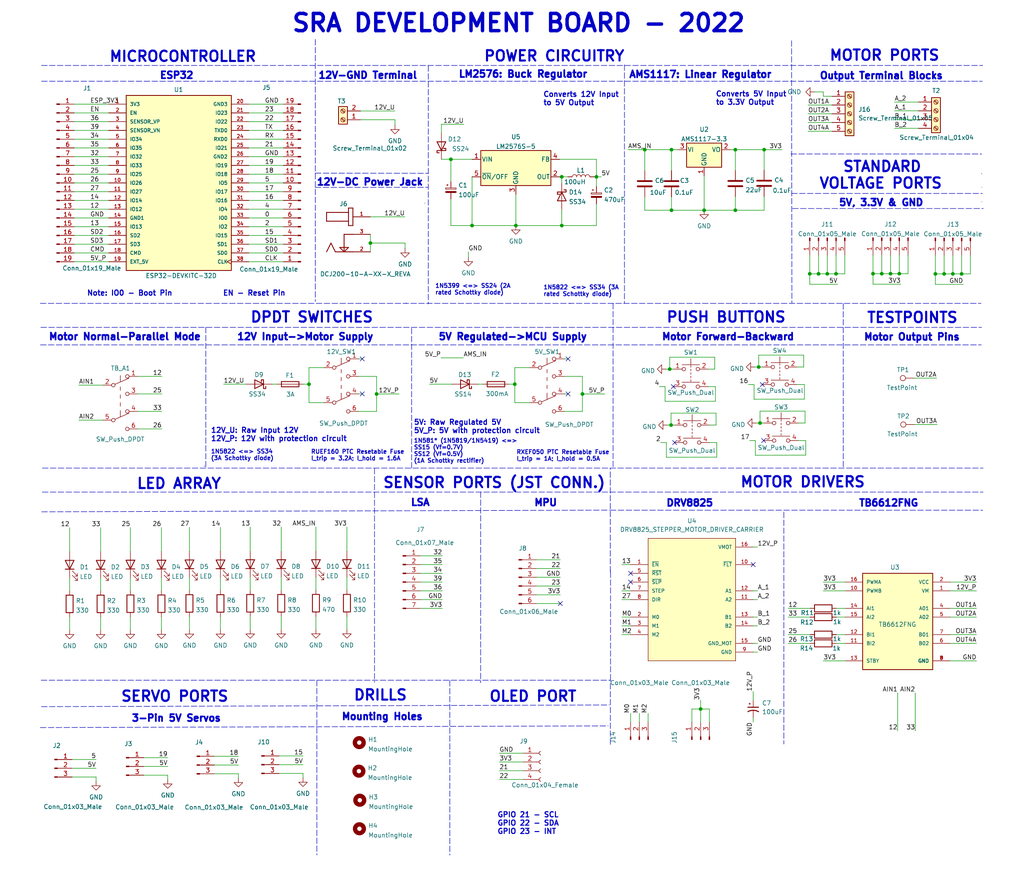
<source format=kicad_sch>
(kicad_sch (version 20211123) (generator eeschema)
  (paper "User" 297.002 259.994)
  (junction (at 220.0402 106.5022))
  (junction (at 186.9948 43.434))
  (junction (at 239.9284 79.4512))
  (junction (at 162.9156 51.308))
  (junction (at 276.352 79.4766))
  (junction (at 109.22 114.3254))
  (junction (at 260.8072 79.4258))
  (junction (at 213.2584 43.434))
  (junction (at 204.216 61.0108))
  (junction (at 271.272 79.4766))
  (junction (at 130.7592 46.228))
  (junction (at 168.91 114.3254))
  (junction (at 213.2584 61.0108))
  (junction (at 255.7272 79.4258))
  (junction (at 258.2672 79.4258))
  (junction (at 107.4166 70.5358))
  (junction (at 194.7418 43.434))
  (junction (at 149.3012 111.4806))
  (junction (at 234.8484 79.4512))
  (junction (at 253.1872 79.4258))
  (junction (at 273.812 79.4766))
  (junction (at 162.9156 65.4558))
  (junction (at 149.606 65.4558))
  (junction (at 242.4684 79.4512))
  (junction (at 237.3884 79.4512))
  (junction (at 203.2 205.74))
  (junction (at 172.974 51.308))
  (junction (at 194.6148 123.3424))
  (junction (at 221.615 43.434))
  (junction (at 136.906 65.4558))
  (junction (at 194.2338 107.1118))
  (junction (at 278.892 79.4766))
  (junction (at 89.6112 111.4806))
  (junction (at 220.4212 122.7582))
  (junction (at 194.7418 61.0108))
  (no_connect (at 182.88 166.37))
  (no_connect (at 182.88 168.91))
  (no_connect (at 164.7444 114.3))
  (no_connect (at 195.6562 128.4224))
  (no_connect (at 105.0544 114.3))
  (no_connect (at 162.5092 175.133))
  (no_connect (at 105.0544 104.14))
  (no_connect (at 218.44 163.83))
  (no_connect (at 164.7444 104.14))
  (no_connect (at 221.4626 127.8382))
  (no_connect (at 195.2752 112.1918))
  (no_connect (at 221.0816 111.5822))
  (wire (pts (xy 163.7284 104.14) (xy 164.7444 104.14)))
  (wire (pts (xy 134.3914 103.8352) (xy 127.889 103.8352)))
  (wire (pts (xy 221.615 56.9976) (xy 221.615 61.0108)))
  (polyline (pts (xy 370.1796 138.2014) (xy 370.205 138.2014)))
  (wire (pts (xy 54.9402 167.5638) (xy 54.9402 171.2976)))
  (wire (pts (xy 218.694 111.5822) (xy 218.694 115.8494)))
  (wire (pts (xy 109.22 114.3254) (xy 115.7224 114.3254)))
  (wire (pts (xy 72.5678 159.893) (xy 72.5678 152.9334)))
  (wire (pts (xy 218.9734 106.5022) (xy 220.0402 106.5022)))
  (wire (pts (xy 218.44 200.66) (xy 218.44 203.2)))
  (wire (pts (xy 218.44 179.07) (xy 219.71 179.07)))
  (wire (pts (xy 275.59 168.91) (xy 283.21 168.91)))
  (wire (pts (xy 281.432 79.4766) (xy 281.432 74.1172)))
  (wire (pts (xy 200.66 205.74) (xy 203.2 205.74)))
  (wire (pts (xy 218.44 158.75) (xy 219.71 158.75)))
  (wire (pts (xy 46.8122 160.02) (xy 46.8122 153.0604)))
  (wire (pts (xy 253.1872 79.4258) (xy 255.7272 79.4258)))
  (wire (pts (xy 220.0402 106.5022) (xy 220.0402 103.0478)))
  (wire (pts (xy 21.5138 35.306) (xy 31.5214 35.306)))
  (polyline (pts (xy 229.362 44.6786) (xy 284.5816 44.6786)))
  (wire (pts (xy 242.57 179.07) (xy 245.11 179.07)))
  (wire (pts (xy 219.075 127.8382) (xy 219.075 132.1054)))
  (wire (pts (xy 72.5678 178.8668) (xy 72.5678 182.6768)))
  (wire (pts (xy 258.2672 79.4258) (xy 260.8072 79.4258)))
  (wire (pts (xy 233.299 111.5822) (xy 231.2416 111.5822)))
  (polyline (pts (xy 124.206 19.05) (xy 124.206 88.2142)))
  (wire (pts (xy 276.352 79.4766) (xy 278.892 79.4766)))
  (wire (pts (xy 180.34 171.45) (xy 182.88 171.45)))
  (wire (pts (xy 193.2686 128.4224) (xy 193.2686 132.6896)))
  (wire (pts (xy 72.5678 167.513) (xy 72.5678 171.2468)))
  (wire (pts (xy 128.016 46.228) (xy 130.7592 46.228)))
  (wire (pts (xy 20.193 160.0708) (xy 20.193 153.1112)))
  (wire (pts (xy 237.3884 79.4512) (xy 239.9284 79.4512)))
  (polyline (pts (xy 181.102 18.796) (xy 181.102 87.9602)))
  (wire (pts (xy 89.6112 106.68) (xy 89.6112 111.4806)))
  (wire (pts (xy 138.6586 111.4806) (xy 140.0302 111.4806)))
  (wire (pts (xy 180.34 181.61) (xy 182.88 181.61)))
  (wire (pts (xy 162.9156 60.8076) (xy 162.9156 65.4558)))
  (wire (pts (xy 172.974 59.182) (xy 172.974 65.4558)))
  (wire (pts (xy 271.272 74.1172) (xy 271.272 79.4766)))
  (wire (pts (xy 194.2338 107.1118) (xy 195.2752 107.1118)))
  (wire (pts (xy 104.0384 109.22) (xy 109.22 109.22)))
  (wire (pts (xy 29.1846 167.6908) (xy 29.1846 171.4246)))
  (wire (pts (xy 41.6814 222.4024) (xy 48.641 222.4024)))
  (wire (pts (xy 180.34 184.15) (xy 182.88 184.15)))
  (wire (pts (xy 194.6148 123.3424) (xy 194.6148 119.888)))
  (wire (pts (xy 220.0402 103.0478) (xy 233.0958 103.0478)))
  (wire (pts (xy 258.2672 74.0664) (xy 258.2672 79.4258)))
  (polyline (pts (xy 119.38 95.25) (xy 119.38 136.1694)))
  (wire (pts (xy 238.76 171.45) (xy 245.11 171.45)))
  (wire (pts (xy 21.5138 50.546) (xy 31.5214 50.546)))
  (wire (pts (xy 260.8072 74.0664) (xy 260.8072 79.4258)))
  (wire (pts (xy 130.7592 65.4558) (xy 136.906 65.4558)))
  (wire (pts (xy 48.641 224.9424) (xy 48.641 226.2124)))
  (wire (pts (xy 162.9156 51.308) (xy 164.6936 51.308)))
  (wire (pts (xy 72.1614 60.706) (xy 82.169 60.706)))
  (wire (pts (xy 21.5138 75.946) (xy 31.5214 75.946)))
  (wire (pts (xy 275.59 171.45) (xy 283.21 171.45)))
  (polyline (pts (xy 284.7086 54.3052) (xy 284.7086 54.3306)))
  (wire (pts (xy 130.7592 46.228) (xy 136.906 46.228)))
  (polyline (pts (xy 284.5816 44.6786) (xy 284.5816 44.7802)))
  (wire (pts (xy 241.3 33.02) (xy 234.3404 33.02)))
  (wire (pts (xy 238.76 26.67) (xy 238.76 27.94)))
  (polyline (pts (xy 177.0634 197.3326) (xy 177.0634 165.5826)))
  (wire (pts (xy 180.34 163.83) (xy 182.88 163.83)))
  (wire (pts (xy 265.2776 123.19) (xy 271.78 123.19)))
  (wire (pts (xy 107.4166 62.9158) (xy 117.4242 62.9158)))
  (wire (pts (xy 155.5496 162.433) (xy 162.5092 162.433)))
  (wire (pts (xy 147.6502 111.4806) (xy 149.3012 111.4806)))
  (wire (pts (xy 180.34 173.99) (xy 182.88 173.99)))
  (wire (pts (xy 135.8392 73.0758) (xy 135.8392 74.6506)))
  (polyline (pts (xy 91.4146 54.3814) (xy 124.206 54.356)))
  (wire (pts (xy 260.8072 79.4258) (xy 263.3472 79.4258)))
  (wire (pts (xy 100.6094 178.8414) (xy 100.6094 182.6514)))
  (wire (pts (xy 233.68 127.8382) (xy 231.6226 127.8382)))
  (wire (pts (xy 241.3 38.1) (xy 234.3404 38.1)))
  (wire (pts (xy 72.1614 55.626) (xy 82.169 55.626)))
  (wire (pts (xy 213.2584 57.0738) (xy 213.2584 61.0108)))
  (wire (pts (xy 219.3544 122.7582) (xy 220.4212 122.7582)))
  (wire (pts (xy 149.606 56.388) (xy 149.606 65.4558)))
  (wire (pts (xy 234.8484 79.4512) (xy 234.8484 82.4992)))
  (wire (pts (xy 220.4212 119.3038) (xy 233.4768 119.3038)))
  (polyline (pts (xy 12.0904 148.5138) (xy 176.784 148.0312)))
  (wire (pts (xy 220.4212 122.7582) (xy 220.4212 119.3038)))
  (wire (pts (xy 41.6814 219.8624) (xy 48.641 219.8624)))
  (wire (pts (xy 194.2338 103.6574) (xy 207.2894 103.6574)))
  (wire (pts (xy 207.8736 132.6642) (xy 207.8736 128.4224)))
  (wire (pts (xy 149.606 65.4558) (xy 162.9156 65.4558)))
  (wire (pts (xy 242.57 184.15) (xy 245.11 184.15)))
  (wire (pts (xy 233.68 132.08) (xy 233.68 127.8382)))
  (wire (pts (xy 72.1614 42.926) (xy 82.169 42.926)))
  (wire (pts (xy 63.9318 167.5638) (xy 63.9318 171.2976)))
  (wire (pts (xy 172.974 51.308) (xy 172.974 54.102)))
  (wire (pts (xy 278.892 79.4766) (xy 281.432 79.4766)))
  (wire (pts (xy 117.475 70.5358) (xy 117.475 72.1106)))
  (wire (pts (xy 114.554 34.7472) (xy 114.554 36.322)))
  (wire (pts (xy 168.91 109.22) (xy 168.91 114.3254)))
  (polyline (pts (xy 229.5652 56.134) (xy 284.9118 56.134)))
  (wire (pts (xy 89.6112 116.84) (xy 93.8784 116.84)))
  (polyline (pts (xy 12.0396 23.5712) (xy 284.8864 23.5712)))
  (wire (pts (xy 63.9318 159.9438) (xy 63.9318 152.9842)))
  (wire (pts (xy 104.0384 114.3) (xy 105.0544 114.3)))
  (polyline (pts (xy 139.3952 142.7226) (xy 139.3952 198.0184)))
  (wire (pts (xy 186.9948 43.434) (xy 194.7418 43.434)))
  (wire (pts (xy 203.2 209.55) (xy 203.2 205.74)))
  (wire (pts (xy 273.812 74.1172) (xy 273.812 79.4766)))
  (wire (pts (xy 231.2416 106.5022) (xy 233.0958 106.5022)))
  (wire (pts (xy 271.272 79.4766) (xy 273.812 79.4766)))
  (wire (pts (xy 255.7272 74.0664) (xy 255.7272 79.4258)))
  (polyline (pts (xy 12.2936 135.8392) (xy 285.1404 135.8392)))
  (wire (pts (xy 130.7592 57.7596) (xy 130.7592 65.4558)))
  (wire (pts (xy 72.1614 53.086) (xy 82.169 53.086)))
  (wire (pts (xy 46.8122 167.64) (xy 46.8122 171.3738)))
  (wire (pts (xy 121.92 173.99) (xy 128.27 173.99)))
  (wire (pts (xy 228.6 176.53) (xy 234.95 176.53)))
  (wire (pts (xy 234.8484 79.4512) (xy 237.3884 79.4512)))
  (wire (pts (xy 194.6148 119.888) (xy 207.6704 119.888)))
  (polyline (pts (xy 12.2682 142.7988) (xy 285.115 142.7988)))
  (wire (pts (xy 218.44 208.28) (xy 218.44 209.55)))
  (wire (pts (xy 100.6094 159.8676) (xy 100.6094 152.908)))
  (wire (pts (xy 172.974 46.228) (xy 172.974 51.308)))
  (wire (pts (xy 21.5138 40.386) (xy 31.5214 40.386)))
  (polyline (pts (xy 12.0142 205.0542) (xy 176.7078 204.5716)))
  (wire (pts (xy 41.6814 224.9424) (xy 48.641 224.9424)))
  (wire (pts (xy 191.2366 112.1918) (xy 192.8876 112.1918)))
  (wire (pts (xy 168.91 114.3254) (xy 175.4124 114.3254)))
  (wire (pts (xy 241.3 35.56) (xy 234.3404 35.56)))
  (wire (pts (xy 21.5138 60.706) (xy 31.5214 60.706)))
  (wire (pts (xy 172.974 65.4558) (xy 162.9156 65.4558)))
  (wire (pts (xy 260.3171 212.0701) (xy 260.35 201.0664)))
  (wire (pts (xy 80.9244 221.8944) (xy 87.884 221.8944)))
  (wire (pts (xy 186.9948 61.0108) (xy 194.7418 61.0108)))
  (wire (pts (xy 205.4352 107.1118) (xy 207.2894 107.1118)))
  (wire (pts (xy 233.299 115.824) (xy 233.299 111.5822)))
  (wire (pts (xy 104.0384 104.14) (xy 105.0544 104.14)))
  (wire (pts (xy 172.974 51.308) (xy 174.3964 51.308)))
  (wire (pts (xy 193.167 107.1118) (xy 194.2338 107.1118)))
  (wire (pts (xy 155.5496 170.053) (xy 162.5092 170.053)))
  (wire (pts (xy 91.6178 178.8414) (xy 91.6178 182.6514)))
  (wire (pts (xy 275.59 176.53) (xy 283.21 176.53)))
  (wire (pts (xy 213.2584 43.434) (xy 221.615 43.434)))
  (wire (pts (xy 271.272 79.4766) (xy 271.272 82.5246)))
  (wire (pts (xy 107.4166 67.9958) (xy 107.4166 70.5358)))
  (wire (pts (xy 185.42 209.55) (xy 185.42 207.01)))
  (wire (pts (xy 155.5496 164.973) (xy 162.5092 164.973)))
  (wire (pts (xy 121.92 176.53) (xy 128.27 176.53)))
  (wire (pts (xy 72.1614 68.326) (xy 82.169 68.326)))
  (wire (pts (xy 20.9042 222.9358) (xy 27.8638 222.9358)))
  (wire (pts (xy 54.9402 159.9438) (xy 54.9402 152.9842)))
  (wire (pts (xy 37.8206 160.02) (xy 37.8206 153.0604)))
  (wire (pts (xy 203.2 203.2) (xy 203.2 205.74)))
  (polyline (pts (xy 124.206 54.356) (xy 124.206 54.356)))
  (wire (pts (xy 180.34 179.07) (xy 182.88 179.07)))
  (polyline (pts (xy 124.206 50.292) (xy 124.206 50.292)))
  (wire (pts (xy 72.1614 50.546) (xy 82.169 50.546)))
  (wire (pts (xy 233.4768 119.3038) (xy 233.4768 122.7582)))
  (wire (pts (xy 237.3884 74.0918) (xy 237.3884 79.4512)))
  (wire (pts (xy 275.59 186.69) (xy 283.21 186.69)))
  (wire (pts (xy 207.4926 116.4336) (xy 207.4926 112.1918)))
  (wire (pts (xy 72.1614 45.466) (xy 82.169 45.466)))
  (wire (pts (xy 239.9284 74.0918) (xy 239.9284 79.4512)))
  (wire (pts (xy 204.216 51.054) (xy 204.216 61.0108)))
  (wire (pts (xy 275.59 184.15) (xy 283.21 184.15)))
  (wire (pts (xy 91.6178 167.4876) (xy 91.6178 171.2214)))
  (wire (pts (xy 20.193 179.0446) (xy 20.193 182.8546)))
  (polyline (pts (xy 229.5652 11.811) (xy 229.6668 87.884)))
  (wire (pts (xy 213.2584 61.0108) (xy 221.615 61.0108)))
  (wire (pts (xy 255.7272 79.4258) (xy 258.2672 79.4258)))
  (wire (pts (xy 21.5138 73.406) (xy 31.5214 73.406)))
  (wire (pts (xy 151.765 226.187) (xy 144.8054 226.187)))
  (wire (pts (xy 93.8784 106.68) (xy 89.6112 106.68)))
  (wire (pts (xy 194.6148 123.3424) (xy 195.6562 123.3424)))
  (wire (pts (xy 192.8876 116.459) (xy 207.4926 116.4336)))
  (wire (pts (xy 130.7592 46.228) (xy 130.7592 52.6796)))
  (polyline (pts (xy 12.0396 18.9992) (xy 284.8864 18.9992)))
  (wire (pts (xy 172.3136 51.308) (xy 172.974 51.308)))
  (wire (pts (xy 168.91 114.3254) (xy 168.91 119.38)))
  (polyline (pts (xy 11.938 197.3834) (xy 177.0126 197.3834)))
  (wire (pts (xy 21.5138 37.846) (xy 31.5214 37.846)))
  (wire (pts (xy 62.1792 224.536) (xy 69.1388 224.536)))
  (polyline (pts (xy 284.734 58.5216) (xy 284.734 58.547)))
  (wire (pts (xy 153.5684 106.68) (xy 149.3012 106.68)))
  (wire (pts (xy 29.8196 111.76) (xy 22.86 111.76)))
  (wire (pts (xy 109.22 109.22) (xy 109.22 114.3254)))
  (wire (pts (xy 275.59 191.77) (xy 283.21 191.77)))
  (wire (pts (xy 266.3698 34.6964) (xy 259.4102 34.6964)))
  (wire (pts (xy 87.884 224.4344) (xy 87.884 225.7044)))
  (wire (pts (xy 21.5138 70.866) (xy 31.5214 70.866)))
  (polyline (pts (xy 91.8972 197.4088) (xy 91.8972 248.1072)))
  (wire (pts (xy 191.6176 128.4224) (xy 193.2686 128.4224)))
  (wire (pts (xy 39.9796 124.46) (xy 46.9392 124.46)))
  (wire (pts (xy 253.1872 74.0664) (xy 253.1872 79.4258)))
  (wire (pts (xy 242.4684 74.0918) (xy 242.4684 79.4512)))
  (polyline (pts (xy 11.8364 94.996) (xy 284.6832 94.996)))
  (wire (pts (xy 151.765 221.107) (xy 144.8054 221.107)))
  (wire (pts (xy 155.5496 175.133) (xy 162.5092 175.133)))
  (wire (pts (xy 245.0084 79.4512) (xy 245.0084 74.0918)))
  (wire (pts (xy 29.1846 179.0446) (xy 29.1846 182.8546)))
  (wire (pts (xy 242.57 176.53) (xy 245.11 176.53)))
  (wire (pts (xy 265.43 212.09) (xy 265.43 201.0664)))
  (wire (pts (xy 21.5138 45.466) (xy 31.5214 45.466)))
  (wire (pts (xy 89.6112 111.4806) (xy 89.6112 116.84)))
  (wire (pts (xy 242.57 186.69) (xy 245.11 186.69)))
  (wire (pts (xy 37.8206 178.9938) (xy 37.8206 182.8038)))
  (wire (pts (xy 205.74 209.55) (xy 205.74 205.74)))
  (wire (pts (xy 193.548 123.3424) (xy 194.6148 123.3424)))
  (wire (pts (xy 236.22 26.67) (xy 238.76 26.67)))
  (wire (pts (xy 218.44 171.45) (xy 219.71 171.45)))
  (polyline (pts (xy 227.33 148.59) (xy 227.33 215.9)))
  (wire (pts (xy 238.76 191.77) (xy 245.11 191.77)))
  (wire (pts (xy 39.9796 119.38) (xy 46.9392 119.38)))
  (polyline (pts (xy 284.7086 50.3428) (xy 284.7086 50.4444)))
  (wire (pts (xy 100.6094 167.4876) (xy 100.6094 171.2214)))
  (wire (pts (xy 128.016 36.068) (xy 134.5184 36.068)))
  (wire (pts (xy 233.0958 103.0478) (xy 233.0958 106.5022)))
  (wire (pts (xy 81.5594 159.893) (xy 81.5594 152.9334)))
  (wire (pts (xy 266.3698 32.1564) (xy 259.4102 32.1564)))
  (wire (pts (xy 273.812 79.4766) (xy 276.352 79.4766)))
  (wire (pts (xy 62.1792 221.996) (xy 69.1388 221.996)))
  (wire (pts (xy 121.92 161.29) (xy 128.27 161.29)))
  (wire (pts (xy 194.7418 61.0108) (xy 204.216 61.0108)))
  (polyline (pts (xy 284.8864 18.8976) (xy 284.8864 18.9992)))
  (polyline (pts (xy 177.0126 216.0016) (xy 177.0126 197.3834)))
  (polyline (pts (xy 11.684 88.0364) (xy 284.5308 88.0364)))
  (wire (pts (xy 168.91 119.38) (xy 163.7284 119.38)))
  (wire (pts (xy 163.7284 114.3) (xy 164.7444 114.3)))
  (polyline (pts (xy 244.5512 88.0872) (xy 244.5512 135.9408)))
  (wire (pts (xy 217.424 127.8382) (xy 219.075 127.8382)))
  (wire (pts (xy 207.8736 128.4224) (xy 205.8162 128.4224)))
  (wire (pts (xy 21.5138 55.626) (xy 31.5214 55.626)))
  (wire (pts (xy 151.765 223.647) (xy 144.8054 223.647)))
  (wire (pts (xy 20.9042 225.4758) (xy 27.8638 225.4758)))
  (wire (pts (xy 72.1614 40.386) (xy 82.169 40.386)))
  (wire (pts (xy 220.0402 106.5022) (xy 221.0816 106.5022)))
  (wire (pts (xy 71.3486 111.4806) (xy 64.8462 111.4806)))
  (wire (pts (xy 21.5138 68.326) (xy 31.5214 68.326)))
  (wire (pts (xy 221.615 49.3776) (xy 221.615 43.434)))
  (wire (pts (xy 192.8876 112.1918) (xy 192.8876 116.459)))
  (wire (pts (xy 54.9402 178.9176) (xy 54.9402 182.7276)))
  (wire (pts (xy 228.6 179.07) (xy 234.95 179.07)))
  (wire (pts (xy 278.892 74.1172) (xy 278.892 79.4766)))
  (wire (pts (xy 72.1614 37.846) (xy 82.169 37.846)))
  (wire (pts (xy 72.1614 35.306) (xy 82.169 35.306)))
  (wire (pts (xy 39.9796 109.22) (xy 46.9392 109.22)))
  (wire (pts (xy 182.88 209.55) (xy 182.88 207.01)))
  (wire (pts (xy 205.8162 123.3424) (xy 207.6704 123.3424)))
  (wire (pts (xy 29.1846 160.0708) (xy 29.1846 153.1112)))
  (wire (pts (xy 182.118 43.434) (xy 186.9948 43.434)))
  (wire (pts (xy 194.7418 43.434) (xy 196.596 43.434)))
  (polyline (pts (xy 11.684 211.1248) (xy 176.3776 210.6422)))
  (wire (pts (xy 194.2338 107.1118) (xy 194.2338 103.6574)))
  (wire (pts (xy 162.306 51.308) (xy 162.9156 51.308)))
  (wire (pts (xy 128.016 36.068) (xy 128.016 38.608)))
  (polyline (pts (xy 176.9872 148.0566) (xy 285.0134 148.0566)))
  (wire (pts (xy 72.1614 70.866) (xy 82.169 70.866)))
  (wire (pts (xy 231.6226 122.7582) (xy 233.4768 122.7582)))
  (wire (pts (xy 69.1388 224.536) (xy 69.1388 225.806)))
  (wire (pts (xy 72.1614 48.006) (xy 82.169 48.006)))
  (polyline (pts (xy 91.44 11.43) (xy 91.44 87.4776)))
  (wire (pts (xy 149.3012 106.68) (xy 149.3012 111.4806)))
  (wire (pts (xy 193.2686 132.6896) (xy 207.8736 132.6642)))
  (wire (pts (xy 253.1872 82.4738) (xy 261.2644 82.4738)))
  (wire (pts (xy 62.1792 219.456) (xy 69.1388 219.456)))
  (wire (pts (xy 239.9284 79.4512) (xy 242.4684 79.4512)))
  (wire (pts (xy 136.906 65.4558) (xy 149.606 65.4558)))
  (wire (pts (xy 234.8484 74.0918) (xy 234.8484 79.4512)))
  (wire (pts (xy 187.96 209.55) (xy 187.96 207.01)))
  (wire (pts (xy 211.836 43.434) (xy 213.2584 43.434)))
  (polyline (pts (xy 229.8446 60.5028) (xy 285.1912 60.5028)))
  (wire (pts (xy 21.5138 58.166) (xy 31.5214 58.166)))
  (wire (pts (xy 78.9686 111.4806) (xy 80.3402 111.4806)))
  (wire (pts (xy 218.44 181.61) (xy 219.71 181.61)))
  (wire (pts (xy 186.9948 43.434) (xy 186.9948 49.5046)))
  (wire (pts (xy 217.043 111.5822) (xy 218.694 111.5822)))
  (wire (pts (xy 21.5138 32.766) (xy 31.5214 32.766)))
  (wire (pts (xy 271.272 82.5246) (xy 279.3492 82.5246)))
  (wire (pts (xy 87.9602 111.4806) (xy 89.6112 111.4806)))
  (wire (pts (xy 200.66 209.55) (xy 200.66 205.74)))
  (wire (pts (xy 218.44 189.23) (xy 219.71 189.23)))
  (wire (pts (xy 104.5464 34.7472) (xy 114.554 34.7472)))
  (polyline (pts (xy 176.9872 165.989) (xy 176.9872 135.8646)))
  (wire (pts (xy 266.3698 37.2364) (xy 259.4102 37.2364)))
  (wire (pts (xy 213.2584 43.434) (xy 213.2584 49.4538)))
  (wire (pts (xy 253.1872 79.4258) (xy 253.1872 82.4738)))
  (wire (pts (xy 155.5496 172.593) (xy 162.5092 172.593)))
  (wire (pts (xy 218.44 173.99) (xy 219.71 173.99)))
  (wire (pts (xy 218.694 115.8494) (xy 233.299 115.824)))
  (wire (pts (xy 21.5138 63.246) (xy 31.5214 63.246)))
  (wire (pts (xy 275.59 179.07) (xy 283.21 179.07)))
  (wire (pts (xy 109.22 119.38) (xy 104.0384 119.38)))
  (wire (pts (xy 207.6704 119.888) (xy 207.6704 123.3424)))
  (polyline (pts (xy 11.7348 100.076) (xy 284.5816 100.076)))
  (wire (pts (xy 151.765 218.567) (xy 144.8054 218.567)))
  (wire (pts (xy 21.5138 42.926) (xy 31.5214 42.926)))
  (wire (pts (xy 109.22 114.3254) (xy 109.22 119.38)))
  (polyline (pts (xy 130.4544 197.4596) (xy 130.4544 248.158)))
  (wire (pts (xy 234.8484 82.4992) (xy 242.9256 82.4992)))
  (wire (pts (xy 203.2 205.74) (xy 205.74 205.74)))
  (wire (pts (xy 21.5138 48.006) (xy 31.5214 48.006)))
  (wire (pts (xy 121.92 163.83) (xy 128.27 163.83)))
  (wire (pts (xy 104.5464 32.2072) (xy 114.554 32.2072)))
  (wire (pts (xy 27.8638 225.4758) (xy 27.8638 226.7458)))
  (wire (pts (xy 276.352 74.1172) (xy 276.352 79.4766)))
  (wire (pts (xy 238.76 168.91) (xy 245.11 168.91)))
  (wire (pts (xy 221.615 43.434) (xy 226.7966 43.434)))
  (polyline (pts (xy 177.8 88.0364) (xy 177.8 135.89)))
  (polyline (pts (xy 59.69 94.9706) (xy 59.69 135.89)))
  (wire (pts (xy 72.1614 73.406) (xy 82.169 73.406)))
  (wire (pts (xy 107.4166 70.5358) (xy 107.4166 73.0758)))
  (wire (pts (xy 121.92 171.45) (xy 128.27 171.45)))
  (wire (pts (xy 29.8196 121.92) (xy 22.86 121.92)))
  (polyline (pts (xy 165.4048 88.0364) (xy 165.227 88.0364)))
  (wire (pts (xy 21.5138 53.086) (xy 31.5214 53.086)))
  (wire (pts (xy 228.6 186.69) (xy 234.95 186.69)))
  (wire (pts (xy 72.1614 65.786) (xy 82.169 65.786)))
  (wire (pts (xy 238.76 27.94) (xy 241.3 27.94)))
  (wire (pts (xy 155.5496 167.513) (xy 162.5092 167.513)))
  (wire (pts (xy 72.1614 63.246) (xy 82.169 63.246)))
  (polyline (pts (xy 59.182 135.2804) (xy 59.3598 135.2804)))
  (wire (pts (xy 194.7418 43.434) (xy 194.7418 49.5046)))
  (wire (pts (xy 266.3698 29.6164) (xy 259.4102 29.6164)))
  (wire (pts (xy 218.44 186.69) (xy 219.71 186.69)))
  (wire (pts (xy 21.5138 30.226) (xy 31.5214 30.226)))
  (wire (pts (xy 149.3012 111.4806) (xy 149.3012 116.84)))
  (wire (pts (xy 136.906 51.308) (xy 136.906 65.4558)))
  (wire (pts (xy 80.9244 224.4344) (xy 87.884 224.4344)))
  (wire (pts (xy 91.6178 159.8676) (xy 91.6178 152.908)))
  (wire (pts (xy 81.5594 167.513) (xy 81.5594 171.2468)))
  (polyline (pts (xy 139.2936 198.0184) (xy 139.3952 198.0184)))
  (wire (pts (xy 162.9156 51.308) (xy 162.9156 53.1876)))
  (wire (pts (xy 107.4166 70.5358) (xy 117.475 70.5358)))
  (wire (pts (xy 81.5594 178.8668) (xy 81.5594 182.6768)))
  (wire (pts (xy 63.9318 178.9176) (xy 63.9318 182.7276)))
  (wire (pts (xy 21.5138 65.786) (xy 31.5214 65.786)))
  (polyline (pts (xy 177.0634 165.5826) (xy 177.0888 165.5826)))
  (wire (pts (xy 131.0386 111.4806) (xy 124.5362 111.4806)))
  (wire (pts (xy 121.92 166.37) (xy 128.27 166.37)))
  (wire (pts (xy 204.216 61.0108) (xy 213.2584 61.0108)))
  (polyline (pts (xy 91.4146 50.2412) (xy 124.206 50.292)))
  (wire (pts (xy 121.92 168.91) (xy 128.27 168.91)))
  (wire (pts (xy 46.8122 178.9938) (xy 46.8122 182.8038)))
  (wire (pts (xy 20.193 167.6908) (xy 20.193 171.4246)))
  (wire (pts (xy 207.2894 103.6574) (xy 207.2894 107.1118)))
  (wire (pts (xy 219.075 132.1054) (xy 233.68 132.08)))
  (wire (pts (xy 162.306 46.228) (xy 172.974 46.228)))
  (polyline (pts (xy 123.2154 58.928) (xy 123.2154 58.9788)))
  (wire (pts (xy 80.9244 219.3544) (xy 87.884 219.3544)))
  (wire (pts (xy 72.1614 58.166) (xy 82.169 58.166)))
  (wire (pts (xy 20.9042 220.3958) (xy 27.8638 220.3958)))
  (wire (pts (xy 263.3472 79.4258) (xy 263.3472 74.0664)))
  (wire (pts (xy 194.7418 57.1246) (xy 194.7418 61.0108)))
  (wire (pts (xy 242.4684 79.4512) (xy 245.0084 79.4512)))
  (wire (pts (xy 220.4212 122.7582) (xy 221.4626 122.7582)))
  (polyline (pts (xy 164.9476 135.4836) (xy 165.0238 135.4836)))
  (polyline (pts (xy 117.7036 87.9348) (xy 117.8052 87.9348)))
  (wire (pts (xy 37.8206 167.64) (xy 37.8206 171.3738)))
  (wire (pts (xy 163.7284 109.22) (xy 168.91 109.22)))
  (wire (pts (xy 72.1614 75.946) (xy 82.169 75.946)))
  (wire (pts (xy 186.9948 57.1246) (xy 186.9948 61.0108)))
  (polyline (pts (xy 108.6104 135.9154) (xy 108.6104 198.0184)))
  (wire (pts (xy 207.4926 112.1918) (xy 205.4352 112.1918)))
  (wire (pts (xy 72.1614 32.766) (xy 82.169 32.766)))
  (wire (pts (xy 241.3 30.48) (xy 234.3404 30.48)))
  (wire (pts (xy 265.1506 109.728) (xy 271.653 109.728)))
  (wire (pts (xy 39.9796 114.3) (xy 46.9392 114.3)))
  (wire (pts (xy 228.6 184.15) (xy 234.95 184.15)))
  (wire (pts (xy 149.3012 116.84) (xy 153.5684 116.84)))
  (wire (pts (xy 72.1614 30.226) (xy 82.169 30.226)))
  (text "5V, 3.3V & GND" (at 243.1288 60.1472 0) (effects (font (size 2 2) (thickness 0.6) bold) (justify left bottom)))
  (text "RXEF050 PTC Resetable Fuse \nI_trip = 1A; I_hold = 0.5A" (at 149.7076 134.0104 0) (effects (font (size 1.2 1.2) bold) (justify left bottom)))
  (text "Mounting Holes" (at 98.9076 209.296 0) (effects (font (size 2 2) (thickness 0.6) bold) (justify left bottom)))
  (text "SRA DEVELOPMENT BOARD - 2022" (at 84.2772 9.8044 0) (effects (font (size 5 5) (thickness 1) bold) (justify left bottom)))
  (text "LED ARRAY" (at 39.4462 142.2654 0) (effects (font (size 3 3) (thickness 0.6) bold) (justify left bottom)))
  (text "12V_U: Raw Input 12V\n12V_P: 12V with protection circuit" (at 61.087 128.3462 0) (effects (font (size 1.5 1.5) bold) (justify left bottom)))
  (text "12V-GND Terminal" (at 92.1512 23.2156 0) (effects (font (size 2 2) (thickness 0.6) bold) (justify left bottom)))
  (text "1N5822 <=> SS34 (3A \nrated Schottky diode)" (at 157.5308 86.2076 0) (effects (font (size 1.2 1.2) bold) (justify left bottom)))
  (text "Output Terminal Blocks" (at 237.5662 23.3172 0) (effects (font (size 2 2) (thickness 0.6) bold) (justify left bottom)))
  (text "LSA" (at 118.9482 147.1676 0) (effects (font (size 2 2) (thickness 0.6) bold) (justify left bottom)))
  (text "MPU" (at 154.7368 147.2184 0) (effects (font (size 2 2) (thickness 0.6) bold) (justify left bottom)))
  (text "Converts 5V Input \nto 3.3V Output" (at 207.518 30.734 0) (effects (font (size 1.5 1.5) bold) (justify left bottom)))
  (text "DRILLS" (at 102.362 203.6572 0) (effects (font (size 3 3) (thickness 0.6) bold) (justify left bottom)))
  (text "SENSOR PORTS (JST CONN.)" (at 110.871 142.0114 0) (effects (font (size 3 3) (thickness 0.6) bold) (justify left bottom)))
  (text "DRV8825" (at 193.04 147.32 0) (effects (font (size 2 2) (thickness 0.6) bold) (justify left bottom)))
  (text "1N5399 <=> SS24 (2A \nrated Schottky diode)" (at 126.1364 85.7758 0) (effects (font (size 1.2 1.2) bold) (justify left bottom)))
  (text "DPDT SWITCHES" (at 72.39 93.98 0) (effects (font (size 3 3) (thickness 0.6) bold) (justify left bottom)))
  (text "5V: Raw Regulated 5V\n5V_P: 5V with protection circuit" (at 119.9388 126.0094 0) (effects (font (size 1.5 1.5) bold) (justify left bottom)))
  (text "Note: IO0 - Boot Pin             EN - Reset Pin" (at 25.146 86.106 0) (effects (font (size 1.5 1.5) bold) (justify left bottom)))
  (text "POWER CIRCUITRY" (at 140.1318 18.2118 0) (effects (font (size 3 3) (thickness 0.6) bold) (justify left bottom)))
  (text "ESP32" (at 46.1518 23.2156 0) (effects (font (size 2 2) (thickness 0.6) bold) (justify left bottom)))
  (text "RUEF160 PTC Resetable Fuse \nI_trip = 3.2A; I_hold = 1.6A" (at 90.1192 133.9088 0) (effects (font (size 1.2 1.2) bold) (justify left bottom)))
  (text "LM2576: Buck Regulator" (at 132.842 22.86 0) (effects (font (size 2 2) (thickness 0.6) bold) (justify left bottom)))
  (text "MICROCONTROLLER" (at 31.496 18.3388 0) (effects (font (size 3 3) (thickness 0.6) bold) (justify left bottom)))
  (text "GPIO 21 - SCL\nGPIO 22 - SDA\nGPIO 23 - INT\n" (at 144.1704 242.316 0) (effects (font (size 1.5 1.5) bold) (justify left bottom)))
  (text "TB6612FNG\n" (at 248.92 147.32 0) (effects (font (size 2 2) (thickness 0.6) bold) (justify left bottom)))
  (text "1N5822 <=> SS34 \n(3A Schottky diode)" (at 61.087 133.8326 0) (effects (font (size 1.2 1.2) bold) (justify left bottom)))
  (text "3-Pin 5V Servos" (at 37.9984 209.7532 0) (effects (font (size 2 2) (thickness 0.6) bold) (justify left bottom)))
  (text "SERVO PORTS" (at 34.8488 204.0128 0) (effects (font (size 3 3) (thickness 0.6) bold) (justify left bottom)))
  (text "1N581* (1N5819/1N5419) <=> \nSS15 (Vf=0.7V) \nSS12 (Vf=0.5V)\n(1A Schottky rectifier)" (at 119.9388 134.5692 0) (effects (font (size 1.2 1.2) bold) (justify left bottom)))
  (text "12V Input->Motor Supply" (at 68.58 99.06 0) (effects (font (size 2 2) (thickness 0.6) bold) (justify left bottom)))
  (text "5V Regulated->MCU Supply" (at 127 99.06 0) (effects (font (size 2 2) (thickness 0.6) bold) (justify left bottom)))
  (text "OLED PORT" (at 141.6812 204.0128 0) (effects (font (size 3 3) (thickness 0.6) bold) (justify left bottom)))
  (text "MOTOR PORTS\n\n" (at 240.3348 22.8346 0) (effects (font (size 3 3) (thickness 0.6) bold) (justify left bottom)))
  (text "Motor Output Pins" (at 250.3678 99.1362 0) (effects (font (size 2 2) (thickness 0.6) bold) (justify left bottom)))
  (text "MOTOR DRIVERS\n" (at 214.4776 141.8082 0) (effects (font (size 3 3) (thickness 0.6) bold) (justify left bottom)))
  (text "12V-DC Power Jack" (at 91.6686 54.1782 0) (effects (font (size 2 2) (thickness 0.6) bold) (justify left bottom)))
  (text "Converts 12V Input \nto 5V Output" (at 157.48 30.861 0) (effects (font (size 1.5 1.5) bold) (justify left bottom)))
  (text "TESTPOINTS" (at 251.206 94.107 0) (effects (font (size 3 3) (thickness 0.6) bold) (justify left bottom)))
  (text "PUSH BUTTONS" (at 193.04 93.98 0) (effects (font (size 3 3) (thickness 0.6) bold) (justify left bottom)))
  (text "Motor Forward-Backward" (at 191.77 99.06 0) (effects (font (size 2 2) (thickness 0.6) bold) (justify left bottom)))
  (text "AMS1117: Linear Regulator" (at 182.2704 22.9616 0) (effects (font (size 2 2) (thickness 0.6) bold) (justify left bottom)))
  (text "   STANDARD \nVOLTAGE PORTS" (at 237.3884 55.118 0) (effects (font (size 3 3) (thickness 0.6) bold) (justify left bottom)))
  (text "Motor Normal-Parallel Mode" (at 13.97 99.06 0) (effects (font (size 2 2) (thickness 0.6) bold) (justify left bottom)))
  (label "B_1" (at 219.71 179.07 0))
  (label "32" (at 26.1366 45.466 0))
  (label "GND" (at 218.44 209.55 270))
  (label "12" (at 26.1366 60.706 0))
  (label "3V3" (at 203.2 203.2 90))
  (label "25" (at 228.6 184.15 0))
  (label "12" (at 228.6 176.53 0))
  (label "27" (at 26.1366 55.626 0))
  (label "15" (at 76.7842 68.326 0))
  (label "33" (at 228.6 179.07 0))
  (label "17" (at 76.7842 55.626 0))
  (label "OUT2A" (at 271.653 109.728 180))
  (label "15" (at 87.884 219.3544 180))
  (label "27" (at 180.34 173.99 0))
  (label "5V" (at 124.5362 111.4806 0))
  (label "19" (at 48.641 219.8624 180))
  (label "RX" (at 76.7842 40.386 0))
  (label "12" (at 46.9392 109.22 180))
  (label "12V_U" (at 64.8462 111.4806 0))
  (label "5V" (at 174.3964 51.308 0))
  (label "13" (at 180.34 163.83 0))
  (label "CLK" (at 76.7842 75.946 0))
  (label "12V_P" (at 219.71 158.75 0))
  (label "19" (at 76.7842 48.006 0))
  (label "AIN2" (at 22.86 121.92 0))
  (label "26" (at 46.8122 153.0604 180))
  (label "12V_U" (at 117.4242 62.9158 180))
  (label "36" (at 128.27 171.45 180))
  (label "A_1" (at 219.71 171.45 0))
  (label "5V" (at 48.641 222.4024 180))
  (label "OUT3A" (at 283.21 184.15 180))
  (label "39" (at 26.1366 37.846 0))
  (label "B_1" (at 259.4102 34.6964 0))
  (label "SD2" (at 26.1366 68.326 0))
  (label "18" (at 69.1388 219.456 180))
  (label "34" (at 26.1366 40.386 0))
  (label "26" (at 26.1366 53.086 0))
  (label "5" (at 76.7842 53.086 0))
  (label "13" (at 72.5678 152.9334 180))
  (label "OUT1A" (at 283.21 176.53 180))
  (label "5V_P" (at 26.1366 75.946 0))
  (label "3V3" (at 100.6094 152.908 180))
  (label "TX" (at 76.7842 37.846 0))
  (label "16" (at 76.7842 58.166 0))
  (label "M1" (at 185.42 207.01 90))
  (label "12V_P" (at 218.44 200.66 90))
  (label "33" (at 26.1366 48.006 0))
  (label "AMS_IN" (at 134.3914 103.8352 0))
  (label "3V3" (at 144.8054 221.107 0))
  (label "B_2" (at 259.4102 37.2364 0))
  (label "12" (at 260.3171 212.0701 180))
  (label "39" (at 128.27 168.91 180))
  (label "21" (at 76.7842 42.926 0))
  (label "OUT3A" (at 234.3404 35.56 0))
  (label "A_2" (at 219.71 173.99 0))
  (label "GND" (at 144.8054 218.567 0))
  (label "3V3" (at 261.2644 82.4738 180))
  (label "5V_P" (at 175.4124 114.3254 180))
  (label "3V3" (at 238.76 168.91 0))
  (label "GND" (at 26.1366 63.246 0))
  (label "23" (at 76.7842 32.766 0))
  (label "25" (at 37.8206 153.0604 180))
  (label "OUT3A" (at 271.78 123.19 180))
  (label "SD0" (at 76.7842 73.406 0))
  (label "26" (at 46.9392 124.46 180))
  (label "ESP_3V3" (at 26.1366 30.226 0))
  (label "GND" (at 76.7842 45.466 0))
  (label "OUT4A" (at 234.3404 38.1 0))
  (label "26" (at 228.6 186.69 0))
  (label "3V3" (at 283.21 168.91 180))
  (label "4" (at 76.7842 60.706 0))
  (label "33" (at 29.1846 153.1112 180))
  (label "5V" (at 87.884 221.8944 180))
  (label "GND" (at 219.71 186.69 0))
  (label "23" (at 162.5092 170.053 180))
  (label "GND" (at 283.21 191.77 180))
  (label "AIN2" (at 265.43 201.0664 180))
  (label "GND" (at 219.71 189.23 0))
  (label "A_2" (at 259.4102 29.6164 0))
  (label "12V_P" (at 283.21 171.45 180))
  (label "SD3" (at 26.1366 70.866 0))
  (label "36" (at 26.1366 35.306 0))
  (label "12V_U" (at 134.5184 36.068 180))
  (label "5V_P" (at 127.889 103.8352 180))
  (label "AIN1" (at 22.86 111.76 0))
  (label "0" (at 76.7842 63.246 0))
  (label "OUT2A" (at 234.3404 33.02 0))
  (label "3V3" (at 162.5092 172.593 180))
  (label "33" (at 265.43 212.09 180))
  (label "M0" (at 182.88 207.01 90))
  (label "AMS_IN" (at 182.118 43.434 0))
  (label "14" (at 26.1366 58.166 0))
  (label "21" (at 162.5092 162.433 180))
  (label "M2" (at 180.34 184.15 0))
  (label "5V" (at 69.1388 221.996 180))
  (label "2" (at 76.7842 65.786 0))
  (label "35" (at 128.27 163.83 180))
  (label "18" (at 76.7842 50.546 0))
  (label "3V3" (at 238.76 171.45 0))
  (label "GND" (at 128.27 173.99 180))
  (label "GND" (at 135.8392 73.0758 0))
  (label "5V" (at 27.8638 222.9358 180))
  (label "25" (at 46.9392 114.3 180))
  (label "34" (at 128.27 166.37 180))
  (label "12V_U" (at 114.554 32.2072 180))
  (label "3V3" (at 226.7966 43.434 180))
  (label "OUT4A" (at 283.21 186.69 180))
  (label "AMS_IN" (at 91.6178 152.908 180))
  (label "4" (at 191.2366 112.1918 180))
  (label "OUT1A" (at 234.3404 30.48 0))
  (label "AIN1" (at 260.35 201.0664 180))
  (label "M2" (at 187.96 207.01 90))
  (label "25" (at 26.1366 50.546 0))
  (label "GND" (at 162.5092 167.513 180))
  (label "M0" (at 180.34 179.07 0))
  (label "22" (at 144.8054 226.187 0))
  (label "CMD" (at 26.1366 73.406 0))
  (label "EN" (at 26.1366 32.766 0))
  (label "14" (at 63.9318 152.9842 180))
  (label "32" (at 128.27 161.29 180))
  (label "27" (at 54.9402 152.9842 180))
  (label "3V3" (at 128.27 176.53 180))
  (label "5V" (at 242.9256 82.4992 180))
  (label "2" (at 191.6176 128.4224 180))
  (label "12" (at 20.193 153.1112 180))
  (label "32" (at 81.5594 152.9334 180))
  (label "35" (at 26.1366 42.926 0))
  (label "17" (at 217.424 127.8382 180))
  (label "A_1" (at 259.4102 32.1564 0))
  (label "GND" (at 279.3492 82.5246 180))
  (label "M1" (at 180.34 181.61 0))
  (label "33" (at 46.9392 119.38 180))
  (label "16" (at 217.043 111.5822 180))
  (label "22" (at 162.5092 164.973 180))
  (label "13" (at 26.1366 65.786 0))
  (label "21" (at 144.8054 223.647 0))
  (label "GND" (at 76.7842 30.226 0))
  (label "3V3" (at 238.76 191.77 0))
  (label "5" (at 27.8638 220.3958 180))
  (label "B_2" (at 219.71 181.61 0))
  (label "OUT2A" (at 283.21 179.07 180))
  (label "14" (at 180.34 171.45 0))
  (label "12V_P" (at 115.7224 114.3254 180))
  (label "22" (at 76.7842 35.306 0))
  (label "SD1" (at 76.7842 70.866 0))
  (symbol (lib_id "Device:R") (at 37.8206 175.1838 0) (unit 1)
    (property "Reference" "R3" (at 39.5986 174.2753 0) (effects (justify left)))
    (property "Value" "330" (at 39.5986 177.0504 0) (effects (justify left)))
    (property "Footprint" "Resistor_SMD:R_0603_1608Metric" (effects hide))
  )
  (symbol (lib_id "Connector:Conn_01x05_Male") (at 258.2672 68.9864 90) (mirror x) (unit 1)
    (property "Reference" "J12" (at 258.2672 65.0707 90))
    (property "Value" "Conn_01x05_Male" (at 258.2672 67.8458 90))
    (property "Footprint" "pin_header_connectors:1X05" (effects hide))
  )
  (symbol (lib_id "Device:R") (at 238.76 176.53 90) (unit 1)
    (property "Reference" "R11" (at 234.1372 177.8508 90))
    (property "Value" "1k" (at 242.7224 177.8254 90))
    (property "Footprint" "Resistor_SMD:R_1206_3216Metric" (effects hide))
  )
  (symbol (lib_id "Device:LED") (at 91.6178 163.6776 90) (unit 1)
    (property "Reference" "D10" (at 94.5388 164.3566 90) (effects (justify right)))
    (property "Value" "LED" (at 94.5388 167.1317 90) (effects (justify right)))
    (property "Footprint" "LED_SMD:LED_0603_1608Metric" (effects hide))
  )
  (symbol (lib_id "power:GND") (at 193.548 123.3424 270) (unit 1)
    (property "Reference" "#PWR0102" (effects hide))
    (property "Value" "GND" (at 190.3731 123.8214 90) (effects (justify right)))
  )
  (symbol (lib_id "Connector:Conn_01x06_Male") (at 150.4696 167.513 0) (unit 1)
    (property "Reference" "J8" (at 151.5872 159.1056 0))
    (property "Value" "Conn_01x06_Male" (at 153.3652 177.4698 0))
    (property "Footprint" "Connector_PinHeader_2.54mm:PinHeader_1x06_P2.54mm_Vertical" (effects hide))
  )
  (symbol (lib_id "Connector:Conn_01x05_Male") (at 276.352 69.0372 90) (mirror x) (unit 1)
    (property "Reference" "J13" (at 276.352 65.1215 90))
    (property "Value" "Conn_01x05_Male" (at 276.352 67.8966 90))
    (property "Footprint" "pin_header_connectors:1X05" (effects hide))
  )
  (symbol (lib_id "power:GND") (at 149.606 65.4558 0) (unit 1)
    (property "Reference" "#PWR017" (effects hide))
    (property "Value" "GND" (at 149.606 70.0183 0))
  )
  (symbol (lib_id "power:GND") (at 72.5678 182.6768 0) (unit 1)
    (property "Reference" "#PWR09" (effects hide))
    (property "Value" "GND" (at 72.5678 187.2393 0))
  )
  (symbol (lib_id "power:GND") (at 37.8206 182.8038 0) (unit 1)
    (property "Reference" "#PWR04" (effects hide))
    (property "Value" "GND" (at 37.8206 187.3663 0))
  )
  (symbol (lib_id "Connector:TestPoint") (at 265.1506 109.728 90) (unit 1)
    (property "Reference" "TP1" (at 261.874 107.315 90))
    (property "Value" "TestPoint" (at 261.5946 112.4966 90))
    (property "Footprint" "testpoint_pad:pad_1,27-2,54_smd" (effects hide))
  )
  (symbol (lib_id "Connector:Conn_01x03_Male") (at 36.6014 222.4024 0) (unit 1)
    (property "Reference" "J3" (at 37.2364 215.8197 0))
    (property "Value" "Conn_01x03_Male" (at 41.9354 234.188 0))
    (property "Footprint" "pin_header_connectors:1X03" (effects hide))
  )
  (symbol (lib_id "power:GND") (at 204.216 61.0108 0) (unit 1)
    (property "Reference" "#PWR020" (effects hide))
    (property "Value" "GND" (at 204.216 65.5733 0))
  )
  (symbol (lib_id "power:GND") (at 236.22 26.67 270) (unit 1)
    (property "Reference" "#PWR019" (effects hide))
    (property "Value" "GND" (at 232.41 26.6699 90) (effects (justify right)))
  )
  (symbol (lib_id "Device:LED") (at 20.193 163.8808 90) (unit 1)
    (property "Reference" "D1" (at 23.114 164.5598 90) (effects (justify right)))
    (property "Value" "LED" (at 23.114 167.3349 90) (effects (justify right)))
    (property "Footprint" "LED_SMD:LED_0603_1608Metric" (effects hide))
  )
  (symbol (lib_id "Switch:SW_Push_Dual") (at 200.7362 123.3424 0) (unit 1)
    (property "Reference" "SW2" (at 200.787 118.8974 0))
    (property "Value" "SW_Push_Dual" (at 200.7108 130.7338 0))
    (property "Footprint" "tactile_smd:spst_tactile_sw_2x02_smd" (effects hide))
  )
  (symbol (lib_id "power:GND") (at 87.884 225.7044 0) (unit 1)
    (property "Reference" "#PWR0101" (effects hide))
    (property "Value" "GND" (at 87.884 230.2669 0))
  )
  (symbol (lib_id "Switch:SW_Push_DPDT") (at 34.8996 116.84 0) (unit 1)
    (property "Reference" "TB_A1" (at 34.9504 106.8578 0))
    (property "Value" "SW_Push_DPDT" (at 34.8742 127.4572 0))
    (property "Footprint" "dpdt_tht:dpdt_sw_2x03_tht" (effects hide))
  )
  (symbol (lib_id "power:GND") (at 54.9402 182.7276 0) (unit 1)
    (property "Reference" "#PWR06" (effects hide))
    (property "Value" "GND" (at 54.9402 187.2901 0))
  )
  (symbol (lib_id "Connector:Conn_01x19_Male") (at 16.4338 53.086 0) (unit 1)
    (property "Reference" "J1" (at 25.273 25.6032 0))
    (property "Value" "Conn_01x19_Male" (at 26.6446 77.8256 0))
    (property "Footprint" "pin_header_connectors:1X19" (effects hide))
  )
  (symbol (lib_id "Mechanical:MountingHole") (at 104.2416 240.4872 0) (unit 1)
    (property "Reference" "H4" (at 106.7816 239.5787 0) (effects (justify left)))
    (property "Value" "MountingHole" (at 106.7816 242.3538 0) (effects (justify left)))
    (property "Footprint" "MountingHole:MountingHole_3.2mm_M3" (effects hide))
  )
  (symbol (lib_id "Connector:Screw_Terminal_01x05") (at 246.38 33.02 0) (unit 1)
    (property "Reference" "J16" (at 248.92 31.7499 0) (effects (justify left)))
    (property "Value" "Screw_Terminal_01x05" (at 248.92 34.2899 0) (effects (justify left)))
    (property "Footprint" "TerminalBlock:TerminalBlock_bornier-5_P5.08mm" (effects hide))
  )
  (symbol (lib_id "dc_power_jack:DCJ200-10-A-XX-X_REVA") (at 99.7966 67.9958 0) (unit 1)
    (property "Reference" "J6" (at 99.6442 59.1566 0))
    (property "Value" "DCJ200-10-A-XX-X_REVA" (at 105.9434 79.5274 0))
    (property "Footprint" "Connector_BarrelJack:BarrelJack_Wuerth_6941xx301002" (effects hide))
    (property "MANUFACTURER" "GCT" (effects hide))
  )
  (symbol (lib_id "Switch:SW_Push_Dual") (at 226.1616 106.5022 0) (unit 1)
    (property "Reference" "SW4" (at 226.1108 101.7524 0))
    (property "Value" "SW_Push_Dual" (at 226.2378 113.3348 0))
    (property "Footprint" "tactile_smd:spst_tactile_sw_2x02_smd" (effects hide))
  )
  (symbol (lib_id "Diode:1N5822") (at 162.9156 56.9976 270) (unit 1)
    (property "Reference" "D14" (at 164.9476 55.7716 90) (effects (justify left)))
    (property "Value" "SS34" (at 164.9476 58.5467 90) (effects (justify left)))
    (property "Footprint" "Diode_SMD:D_SMB" (effects hide))
    (property "Datasheet" "http://www.vishay.com/docs/88526/1n5820.pdf" (effects hide))
  )
  (symbol (lib_id "power:GND") (at 63.9318 182.7276 0) (unit 1)
    (property "Reference" "#PWR07" (effects hide))
    (property "Value" "GND" (at 63.9318 187.2901 0))
  )
  (symbol (lib_id "Connector:Conn_01x04_Female") (at 156.845 221.107 0) (unit 1)
    (property "Reference" "J9" (at 150.6728 215.0872 0) (effects (justify left)))
    (property "Value" "Conn_01x04_Female" (at 148.3106 227.8126 0) (effects (justify left)))
    (property "Footprint" "pin_header_connectors:1X04" (effects hide))
  )
  (symbol (lib_id "Regulator_Switching:LM2576S-5") (at 149.606 48.768 0) (unit 1)
    (property "Reference" "U5" (at 149.606 39.7215 0))
    (property "Value" "LM2576S-5" (at 149.606 42.4966 0))
    (property "Footprint" "Package_TO_SOT_SMD:TO-263-5_TabPin3" (effects hide))
    (property "Datasheet" "http://www.ti.com/lit/ds/symlink/lm2576.pdf" (effects hide))
  )
  (symbol (lib_id "Device:R") (at 72.5678 175.0568 0) (unit 1)
    (property "Reference" "R7" (at 74.3458 174.1483 0) (effects (justify left)))
    (property "Value" "330" (at 74.3458 176.9234 0) (effects (justify left)))
    (property "Footprint" "Resistor_SMD:R_0603_1608Metric" (effects hide))
  )
  (symbol (lib_id "power:GND") (at 117.475 72.1106 0) (unit 1)
    (property "Reference" "#PWR015" (effects hide))
    (property "Value" "GND" (at 117.475 76.6731 0))
  )
  (symbol (lib_id "Device:C_Polarized_Small") (at 130.7592 55.2196 0) (unit 1)
    (property "Reference" "C1" (at 132.9182 53.765 0) (effects (justify left)))
    (property "Value" "100uF" (at 132.9182 56.5401 0) (effects (justify left)))
    (property "Footprint" "Capacitor_SMD:CP_Elec_6.3x7.7" (effects hide))
  )
  (symbol (lib_id "Device:R") (at 81.5594 175.0568 0) (unit 1)
    (property "Reference" "R8" (at 83.3374 174.1483 0) (effects (justify left)))
    (property "Value" "330" (at 83.3374 176.9234 0) (effects (justify left)))
    (property "Footprint" "Resistor_SMD:R_0603_1608Metric" (effects hide))
  )
  (symbol (lib_id "power:GND") (at 69.1388 225.806 0) (unit 1)
    (property "Reference" "#PWR012" (effects hide))
    (property "Value" "GND" (at 69.1388 230.3685 0))
  )
  (symbol (lib_id "Connector:Screw_Terminal_01x02") (at 99.4664 34.7472 180) (unit 1)
    (property "Reference" "T3" (at 99.06 29.3624 0))
    (property "Value" "Screw_Terminal_01x02" (at 107.2388 43.0276 0))
    (property "Footprint" "terminal_block:12V_1x02_tht" (effects hide))
  )
  (symbol (lib_id "TB6612FNG:ROB-14450") (at 260.35 181.61 0) (unit 1)
    (property "Reference" "U3" (at 259.5372 164.6174 0))
    (property "Value" "TB6612FNG" (at 260.2738 181.2036 0))
    (property "Footprint" "motor_driver:TB6612FNG_2" (effects hide))
    (property "PARTREV" "11-13-17" (effects hide))
    (property "MANUFACTURER" "Sparkfun Electronics" (effects hide))
    (property "STANDARD" "Manufacturer Recommendation" (effects hide))
  )
  (symbol (lib_id "Switch:SW_Push_DPDT") (at 98.9584 111.76 0) (unit 1)
    (property "Reference" "12V_SW1" (at 98.9838 102.0572 0))
    (property "Value" "SW_Push_DPDT" (at 99.6442 122.8344 0))
    (property "Footprint" "dpdt_tht:dpdt_sw_2x03_tht" (effects hide))
  )
  (symbol (lib_id "Device:LED") (at 100.6094 163.6776 90) (unit 1)
    (property "Reference" "D11" (at 103.5304 164.3566 90) (effects (justify right)))
    (property "Value" "LED" (at 103.5304 167.1317 90) (effects (justify right)))
    (property "Footprint" "LED_SMD:LED_0603_1608Metric" (effects hide))
  )
  (symbol (lib_id "ESP32-DEVKITCv4-32D:ESP32-DEVKITC-32D") (at 51.8414 53.086 0) (unit 1)
    (property "Reference" "U1" (at 51.7906 26.0096 0))
    (property "Value" "ESP32-DEVKITC-32D" (at 52.5526 80.01 0))
    (property "Footprint" "MCU_ESP32:ESP32-DEVKITCv4-32D" (effects hide))
    (property "PARTREV" "4" (effects hide))
    (property "MANUFACTURER" "Espressif Systems" (effects hide))
  )
  (symbol (lib_id "power:GND") (at 219.3544 122.7582 270) (unit 1)
    (property "Reference" "#PWR0104" (effects hide))
    (property "Value" "GND" (at 216.1795 123.2372 90) (effects (justify right)))
  )
  (symbol (lib_id "Connector:Conn_01x03_Male") (at 203.2 214.63 90) (unit 1)
    (property "Reference" "J15" (at 195.58 213.995 0))
    (property "Value" "Conn_01x03_Male" (at 203.2 198.12 90))
    (property "Footprint" "Connector_PinHeader_2.54mm:PinHeader_1x03_P2.54mm_Vertical" (effects hide))
  )
  (symbol (lib_id "Switch:SW_Push_Dual") (at 200.3552 107.1118 0) (unit 1)
    (property "Reference" "SW1" (at 200.3552 102.2604 0))
    (property "Value" "SW_Push_Dual" (at 200.3552 113.919 0))
    (property "Footprint" "tactile_smd:spst_tactile_sw_2x02_smd" (effects hide))
  )
  (symbol (lib_id "Regulator_Linear:AMS1117-3.3") (at 204.216 43.434 0) (unit 1)
    (property "Reference" "U2" (at 204.216 37.5625 0))
    (property "Value" "AMS1117-3.3" (at 204.216 40.3376 0))
    (property "Footprint" "Package_TO_SOT_SMD:SOT-223-3_TabPin2" (effects hide))
    (property "Datasheet" "http://www.advanced-monolithic.com/pdf/ds1117.pdf" (effects hide))
  )
  (symbol (lib_id "Connector:Conn_01x05_Male") (at 239.9284 69.0118 90) (mirror x) (unit 1)
    (property "Reference" "J11" (at 239.9284 65.0961 90))
    (property "Value" "Conn_01x05_Male" (at 239.9284 67.8712 90))
    (property "Footprint" "pin_header_connectors:1X05" (effects hide))
  )
  (symbol (lib_id "power:GND") (at 218.9734 106.5022 270) (unit 1)
    (property "Reference" "#PWR0103" (effects hide))
    (property "Value" "GND" (at 215.7985 106.9812 90) (effects (justify right)))
  )
  (symbol (lib_id "Device:Fuse") (at 84.1502 111.4806 90) (unit 1)
    (property "Reference" "F1" (at 84.0486 108.9406 90))
    (property "Value" "3A" (at 84.2264 114.427 90))
    (property "Footprint" "RUEF150_3,2A_trip:RUEF160" (effects hide))
  )
  (symbol (lib_id "Device:R") (at 100.6094 175.0314 0) (unit 1)
    (property "Reference" "R10" (at 102.3874 174.1229 0) (effects (justify left)))
    (property "Value" "330" (at 102.3874 176.898 0) (effects (justify left)))
    (property "Footprint" "Resistor_SMD:R_0603_1608Metric" (effects hide))
  )
  (symbol (lib_id "Mechanical:MountingHole") (at 104.3432 232.2068 0) (unit 1)
    (property "Reference" "H3" (at 106.8832 231.2983 0) (effects (justify left)))
    (property "Value" "MountingHole" (at 106.8832 234.0734 0) (effects (justify left)))
    (property "Footprint" "MountingHole:MountingHole_3.2mm_M3" (effects hide))
  )
  (symbol (lib_id "Device:R") (at 91.6178 175.0314 0) (unit 1)
    (property "Reference" "R9" (at 93.3958 174.1229 0) (effects (justify left)))
    (property "Value" "470" (at 93.3958 176.898 0) (effects (justify left)))
    (property "Footprint" "Resistor_SMD:R_0603_1608Metric" (effects hide))
  )
  (symbol (lib_id "Device:C") (at 213.2584 53.2638 0) (unit 1)
    (property "Reference" "C5" (at 216.1794 52.3553 0) (effects (justify left)))
    (property "Value" "22uF" (at 216.1794 55.1304 0) (effects (justify left)))
    (property "Footprint" "Capacitor_SMD:C_0603_1608Metric" (effects hide))
  )
  (symbol (lib_id "power:GND") (at 81.5594 182.6768 0) (unit 1)
    (property "Reference" "#PWR010" (effects hide))
    (property "Value" "GND" (at 81.5594 187.2393 0))
  )
  (symbol (lib_id "Device:LED") (at 29.1846 163.8808 90) (unit 1)
    (property "Reference" "D2" (at 32.1056 164.5598 90) (effects (justify right)))
    (property "Value" "LED" (at 32.1056 167.3349 90) (effects (justify right)))
    (property "Footprint" "LED_SMD:LED_0603_1608Metric" (effects hide))
  )
  (symbol (lib_id "Diode:1N5822") (at 134.8486 111.4806 180) (unit 1)
    (property "Reference" "D13" (at 134.7978 108.7374 0))
    (property "Value" "SS14" (at 134.2898 114.3762 0))
    (property "Footprint" "Diode_SMD:D_SMA" (effects hide))
    (property "Datasheet" "http://www.vishay.com/docs/88526/1n5820.pdf" (effects hide))
  )
  (symbol (lib_id "Device:C_Polarized_Small_US") (at 218.44 205.74 0) (unit 1)
    (property "Reference" "C7" (at 220.98 204.0381 0) (effects (justify left)))
    (property "Value" "100uF" (at 220.98 206.5781 0) (effects (justify left)))
    (property "Footprint" "Capacitor_SMD:CP_Elec_6.3x7.7" (effects hide))
  )
  (symbol (lib_id "Connector:Screw_Terminal_01x04") (at 271.4498 32.1564 0) (unit 1)
    (property "Reference" "T2" (at 270.3068 26.3144 0) (effects (justify left)))
    (property "Value" "Screw_Terminal_01x04" (at 260.8326 39.9034 0) (effects (justify left)))
    (property "Footprint" "terminal_block:motor_1x04_tht" (effects hide))
  )
  (symbol (lib_id "Device:LED") (at 37.8206 163.83 90) (unit 1)
    (property "Reference" "D3" (at 40.7416 164.509 90) (effects (justify right)))
    (property "Value" "LED" (at 40.7416 167.2841 90) (effects (justify right)))
    (property "Footprint" "LED_SMD:LED_0603_1608Metric" (effects hide))
  )
  (symbol (lib_id "Device:LED") (at 72.5678 163.703 90) (unit 1)
    (property "Reference" "D7" (at 75.4888 164.382 90) (effects (justify right)))
    (property "Value" "LED" (at 75.4888 167.1571 90) (effects (justify right)))
    (property "Footprint" "LED_SMD:LED_0603_1608Metric" (effects hide))
  )
  (symbol (lib_id "Device:R") (at 238.76 184.15 90) (unit 1)
    (property "Reference" "R13" (at 233.934 185.42 90))
    (property "Value" "1k" (at 242.7224 185.3946 90))
    (property "Footprint" "Resistor_SMD:R_1206_3216Metric" (effects hide))
  )
  (symbol (lib_id "power:GND") (at 46.8122 182.8038 0) (unit 1)
    (property "Reference" "#PWR05" (effects hide))
    (property "Value" "GND" (at 46.8122 187.3663 0))
  )
  (symbol (lib_id "Device:LED") (at 54.9402 163.7538 90) (unit 1)
    (property "Reference" "D5" (at 57.8612 164.4328 90) (effects (justify right)))
    (property "Value" "LED" (at 57.8612 167.2079 90) (effects (justify right)))
    (property "Footprint" "LED_SMD:LED_0603_1608Metric" (effects hide))
  )
  (symbol (lib_id "Device:R") (at 54.9402 175.1076 0) (unit 1)
    (property "Reference" "R5" (at 56.7182 174.1991 0) (effects (justify left)))
    (property "Value" "330" (at 56.7182 176.9742 0) (effects (justify left)))
    (property "Footprint" "Resistor_SMD:R_0603_1608Metric" (effects hide))
  )
  (symbol (lib_id "Connector:Conn_01x19_Male") (at 87.249 53.086 180) (unit 1)
    (property "Reference" "J5" (at 76.073 25.4 0) (effects (justify right)))
    (property "Value" "Conn_01x19_Male" (at 69.4182 78.1304 0) (effects (justify right)))
    (property "Footprint" "pin_header_connectors:1X19" (effects hide))
  )
  (symbol (lib_id "Device:Fuse") (at 143.8402 111.4806 90) (unit 1)
    (property "Reference" "F2" (at 143.637 108.6358 90))
    (property "Value" "300mA" (at 144.145 114.2746 90))
    (property "Footprint" "RXEF050_1A_trip:RXEF050" (effects hide))
  )
  (symbol (lib_id "power:GND") (at 135.8392 74.6506 0) (unit 1)
    (property "Reference" "#PWR016" (effects hide))
    (property "Value" "GND" (at 135.8392 79.2131 0))
  )
  (symbol (lib_id "Device:LED") (at 46.8122 163.83 90) (unit 1)
    (property "Reference" "D4" (at 49.7332 164.509 90) (effects (justify right)))
    (property "Value" "LED" (at 49.7332 167.2841 90) (effects (justify right)))
    (property "Footprint" "LED_SMD:LED_0603_1608Metric" (effects hide))
  )
  (symbol (lib_id "power:GND") (at 27.8638 226.7458 0) (unit 1)
    (property "Reference" "#PWR03" (effects hide))
    (property "Value" "GND" (at 27.8638 231.3083 0))
  )
  (symbol (lib_id "Connector:Conn_01x07_Male") (at 116.84 168.91 0) (unit 1)
    (property "Reference" "J7" (at 121.92 153.67 0))
    (property "Value" "Conn_01x07_Male" (at 123.19 157.48 0))
    (property "Footprint" "Connector_PinHeader_2.54mm:PinHeader_1x07_P2.54mm_Vertical" (effects hide))
  )
  (symbol (lib_id "Device:R") (at 46.8122 175.1838 0) (unit 1)
    (property "Reference" "R4" (at 48.5902 174.2753 0) (effects (justify left)))
    (property "Value" "330" (at 48.5902 177.0504 0) (effects (justify left)))
    (property "Footprint" "Resistor_SMD:R_0603_1608Metric" (effects hide))
  )
  (symbol (lib_id "Device:C") (at 221.615 53.1876 0) (unit 1)
    (property "Reference" "C4" (at 224.536 52.2791 0) (effects (justify left)))
    (property "Value" "0.1uF" (at 224.0534 55.2704 0) (effects (justify left)))
    (property "Footprint" "Capacitor_SMD:C_0603_1608Metric" (effects hide))
  )
  (symbol (lib_id "Device:C") (at 194.7418 53.3146 0) (unit 1)
    (property "Reference" "C3" (at 197.1548 52.4061 0) (effects (justify left)))
    (property "Value" "0.1uF" (at 195.6562 55.8546 0) (effects (justify left)))
    (property "Footprint" "Capacitor_SMD:C_0603_1608Metric" (effects hide))
  )
  (symbol (lib_id "Device:LED") (at 63.9318 163.7538 90) (unit 1)
    (property "Reference" "D6" (at 66.8528 164.4328 90) (effects (justify right)))
    (property "Value" "LED" (at 66.8528 167.2079 90) (effects (justify right)))
    (property "Footprint" "LED_SMD:LED_0603_1608Metric" (effects hide))
  )
  (symbol (lib_id "Device:R") (at 238.76 179.07 90) (unit 1)
    (property "Reference" "R12" (at 234.0102 180.5686 90))
    (property "Value" "1k" (at 242.7732 180.467 90))
    (property "Footprint" "Resistor_SMD:R_1206_3216Metric" (effects hide))
  )
  (symbol (lib_id "power:GND") (at 48.641 226.2124 0) (unit 1)
    (property "Reference" "#PWR08" (effects hide))
    (property "Value" "GND" (at 48.641 230.7749 0))
  )
  (symbol (lib_id "power:GND") (at 114.554 36.322 0) (unit 1)
    (property "Reference" "#PWR014" (effects hide))
    (property "Value" "GND" (at 114.554 40.8845 0))
  )
  (symbol (lib_id "Diode:1N5822") (at 128.016 42.418 90) (unit 1)
    (property "Reference" "D12" (at 131.826 40.386 90))
    (property "Value" "SS24" (at 133.604 43.18 90))
    (property "Footprint" "Diode_SMD:D_SMA" (effects hide))
    (property "Datasheet" "http://www.vishay.com/docs/88526/1n5820.pdf" (effects hide))
  )
  (symbol (lib_id "power:GND") (at 29.1846 182.8546 0) (unit 1)
    (property "Reference" "#PWR02" (effects hide))
    (property "Value" "GND" (at 29.1846 187.4171 0))
  )
  (symbol (lib_id "Switch:SW_Push_DPDT") (at 158.6484 111.76 0) (unit 1)
    (property "Reference" "5V_SW1" (at 158.6738 102.0572 0))
    (property "Value" "SW_Push_DPDT" (at 165.1 123.19 0))
    (property "Footprint" "dpdt_tht:dpdt_sw_2x03_tht" (effects hide))
  )
  (symbol (lib_id "Connector:Conn_01x03_Male") (at 75.8444 221.8944 0) (unit 1)
    (property "Reference" "J10" (at 76.4794 215.3117 0))
    (property "Value" "Conn_01x03_Male" (at 80.9752 234.188 0))
    (property "Footprint" "pin_header_connectors:1X03" (effects hide))
  )
  (symbol (lib_id "Connector:Conn_01x03_Male") (at 185.42 214.63 90) (unit 1)
    (property "Reference" "J14" (at 177.8 213.995 0))
    (property "Value" "Conn_01x03_Male" (at 185.42 198.12 90))
    (property "Footprint" "Connector_PinHeader_2.54mm:PinHeader_1x03_P2.54mm_Vertical" (effects hide))
  )
  (symbol (lib_id "power:GND") (at 20.193 182.8546 0) (unit 1)
    (property "Reference" "#PWR01" (effects hide))
    (property "Value" "GND" (at 20.193 187.4171 0))
  )
  (symbol (lib_id "Device:R") (at 29.1846 175.2346 0) (unit 1)
    (property "Reference" "R2" (at 30.9626 174.3261 0) (effects (justify left)))
    (property "Value" "330" (at 30.9626 177.1012 0) (effects (justify left)))
    (property "Footprint" "Resistor_SMD:R_0603_1608Metric" (effects hide))
  )
  (symbol (lib_id "Switch:SW_Push_Dual") (at 226.5426 122.7582 0) (unit 1)
    (property "Reference" "SW3" (at 226.5426 118.1608 0))
    (property "Value" "SW_Push_Dual" (at 226.5426 129.8956 0))
    (property "Footprint" "tactile_smd:spst_tactile_sw_2x02_smd" (effects hide))
  )
  (symbol (lib_id "power:GND") (at 91.6178 182.6514 0) (unit 1)
    (property "Reference" "#PWR011" (effects hide))
    (property "Value" "GND" (at 91.6178 187.2139 0))
  )
  (symbol (lib_id "Device:R") (at 63.9318 175.1076 0) (unit 1)
    (property "Reference" "R6" (at 65.7098 174.1991 0) (effects (justify left)))
    (property "Value" "330" (at 65.7098 176.9742 0) (effects (justify left)))
    (property "Footprint" "Resistor_SMD:R_0603_1608Metric" (effects hide))
  )
  (symbol (lib_id "Connector:TestPoint") (at 265.2776 123.19 90) (unit 1)
    (property "Reference" "TP2" (at 262.001 120.777 90))
    (property "Value" "TestPoint" (at 261.7216 125.9586 90))
    (property "Footprint" "testpoint_pad:pad_1,27-2,54_smd" (effects hide))
  )
  (symbol (lib_id "DRV8825_STEPPER_MOTOR_DRIVER_CARRIER:DRV8825_STEPPER_MOTOR_DRIVER_CARRIER") (at 200.66 173.99 0) (unit 1)
    (property "Reference" "U4" (at 200.66 151.13 0))
    (property "Value" "DRV8825_STEPPER_MOTOR_DRIVER_CARRIER" (at 200.66 153.67 0))
    (property "Footprint" "stepper_motor_driver:IC_DRV8825_STEPPER_MOTOR_DRIVER_CARRIER" (effects hide))
    (property "AVAILABILITY" "Unavailable" (effects hide))
    (property "PRICE" "None" (effects hide))
    (property "MF" "Pololu" (effects hide))
    (property "PACKAGE" "None" (effects hide))
    (property "MP" "DRV8825 STEPPER MOTOR DRIVER CARRIER" (effects hide))
    (property "DESCRIPTION" "Stepper motor controler; IC: DRV8825; 1.5A; Uin mot: 8.2÷45V" (effects hide))
  )
  (symbol (lib_id "Device:R") (at 20.193 175.2346 0) (unit 1)
    (property "Reference" "R1" (at 21.971 174.3261 0) (effects (justify left)))
    (property "Value" "330" (at 21.971 177.1012 0) (effects (justify left)))
    (property "Footprint" "Resistor_SMD:R_0603_1608Metric" (effects hide))
  )
  (symbol (lib_id "Device:LED") (at 81.5594 163.703 90) (unit 1)
    (property "Reference" "D8" (at 84.4804 164.382 90) (effects (justify right)))
    (property "Value" "LED" (at 84.4804 167.1571 90) (effects (justify right)))
    (property "Footprint" "LED_SMD:LED_0603_1608Metric" (effects hide))
  )
  (symbol (lib_id "Diode:1N5822") (at 75.1586 111.4806 180) (unit 1)
    (property "Reference" "D9" (at 75.1078 108.7374 0))
    (property "Value" "SS34" (at 74.5998 114.3762 0))
    (property "Footprint" "Diode_SMD:D_SMB" (effects hide))
    (property "Datasheet" "http://www.vishay.com/docs/88526/1n5820.pdf" (effects hide))
  )
  (symbol (lib_id "Device:C_Polarized_Small") (at 172.974 56.642 0) (unit 1)
    (property "Reference" "C2" (at 175.133 55.1874 0) (effects (justify left)))
    (property "Value" "470uF" (at 175.133 57.9625 0) (effects (justify left)))
    (property "Footprint" "Capacitor_SMD:CP_Elec_8x10" (effects hide))
  )
  (symbol (lib_id "power:GND") (at 100.6094 182.6514 0) (unit 1)
    (property "Reference" "#PWR013" (effects hide))
    (property "Value" "GND" (at 100.6094 187.2139 0))
  )
  (symbol (lib_id "Mechanical:MountingHole") (at 104.0892 223.774 0) (unit 1)
    (property "Reference" "H2" (at 106.6292 222.8655 0) (effects (justify left)))
    (property "Value" "MountingHole" (at 106.6292 225.6406 0) (effects (justify left)))
    (property "Footprint" "MountingHole:MountingHole_3.2mm_M3" (effects hide))
  )
  (symbol (lib_id "Connector:Conn_01x03_Male") (at 15.8242 222.9358 0) (unit 1)
    (property "Reference" "J2" (at 16.4592 216.3531 0))
    (property "Value" "Conn_01x03_Male" (at 21.1328 234.0864 0))
    (property "Footprint" "pin_header_connectors:1X03" (effects hide))
  )
  (symbol (lib_id "power:GND") (at 193.167 107.1118 270) (unit 1)
    (property "Reference" "#PWR018" (effects hide))
    (property "Value" "GND" (at 189.9921 107.5908 90) (effects (justify right)))
  )
  (symbol (lib_id "Device:L") (at 168.5036 51.308 90) (unit 1)
    (property "Reference" "L1" (at 168.4528 49.4284 90))
    (property "Value" "100uH" (at 166.7256 52.7812 90))
    (property "Footprint" "inductor:CDRH127_inductor_smd" (effects hide))
  )
  (symbol (lib_id "Mechanical:MountingHole") (at 104.1908 215.4936 0) (unit 1)
    (property "Reference" "H1" (at 106.7308 214.5851 0) (effects (justify left)))
    (property "Value" "MountingHole" (at 106.7308 217.3602 0) (effects (justify left)))
    (property "Footprint" "MountingHole:MountingHole_3.2mm_M3" (effects hide))
  )
  (symbol (lib_id "Device:C") (at 186.9948 53.3146 0) (unit 1)
    (property "Reference" "C6" (at 189.9158 52.4061 0) (effects (justify left)))
    (property "Value" "10uF" (at 188.4172 55.8546 0) (effects (justify left)))
    (property "Footprint" "Capacitor_SMD:C_0603_1608Metric" (effects hide))
  )
  (symbol (lib_id "Connector:Conn_01x03_Male") (at 57.0992 221.996 0) (unit 1)
    (property "Reference" "J4" (at 57.7342 215.4133 0))
    (property "Value" "Conn_01x03_Male" (at 62.0522 234.2642 0))
    (property "Footprint" "pin_header_connectors:1X03" (effects hide))
  )
  (symbol (lib_id "Device:R") (at 238.76 186.69 90) (unit 1)
    (property "Reference" "R14" (at 233.9086 188.1124 90))
    (property "Value" "1k" (at 242.6208 188.1378 90))
    (property "Footprint" "Resistor_SMD:R_1206_3216Metric" (effects hide))
  )
)
</source>
